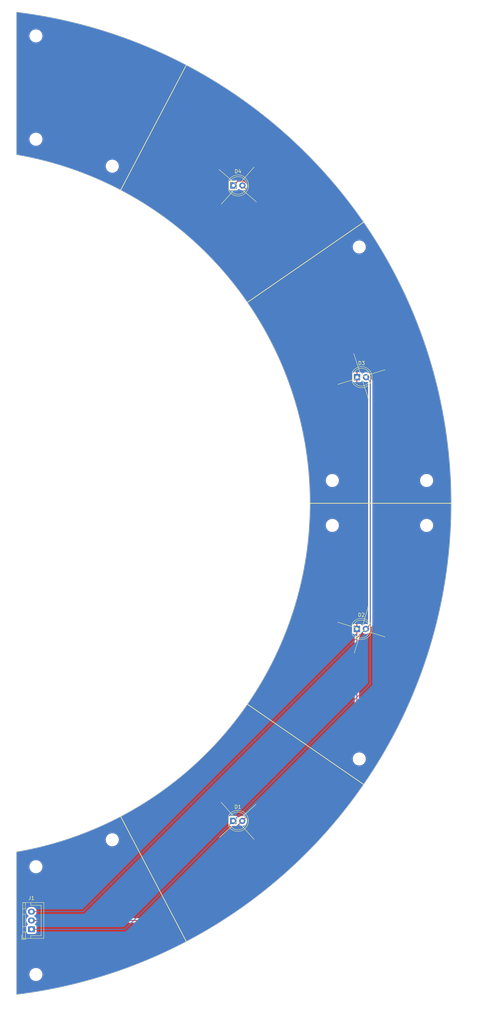
<source format=kicad_pcb>
(kicad_pcb (version 20221018) (generator pcbnew)
  (layers (0 "F.Cu" signal) (31 "B.Cu" signal) (34 "B.Paste" user) (35 "F.Paste" user) (36 "B.SilkS" user "B.Silkscreen") (37 "F.SilkS" user "F.Silkscreen") (38 "B.Mask" user) (39 "F.Mask" user) (44 "Edge.Cuts" user))
  (net 0 "")
  (net 1 "NOWCAST_A")
  (net 2 "NOWCAST_B")
  (net 3 "NOWCAST_C")
  (footprint "MountingHole:MountingHole_3.2mm_M3" (layer "F.Cu") (at 269.24 210.82)
    (fp_text reference "REF**" hide)
    (fp_text value "MountingHole_3.2mm_M3" hide)
    (pad "" np_thru_hole circle (at 0 0) (size 3.2 3.2) (drill 3.2) (layers "*.Cu" "*.Mask"))
  )
  (footprint "MountingHole:MountingHole_3.2mm_M3" (layer "F.Cu") (at 185.42 307.34)
    (fp_text reference "REF**" hide)
    (fp_text value "MountingHole_3.2mm_M3" hide)
    (pad "" np_thru_hole circle (at 0 0) (size 3.2 3.2) (drill 3.2) (layers "*.Cu" "*.Mask"))
  )
  (footprint "MountingHole:MountingHole_3.2mm_M3" (layer "F.Cu") (at 185.42 337.82)
    (fp_text reference "REF**" hide)
    (fp_text value "MountingHole_3.2mm_M3" hide)
    (pad "" np_thru_hole circle (at 0 0) (size 3.2 3.2) (drill 3.2) (layers "*.Cu" "*.Mask"))
  )
  (footprint "MountingHole:MountingHole_3.2mm_M3" (layer "F.Cu") (at 295.91 210.82)
    (fp_text reference "REF**" hide)
    (fp_text value "MountingHole_3.2mm_M3" hide)
    (pad "" np_thru_hole circle (at 0 0) (size 3.2 3.2) (drill 3.2) (layers "*.Cu" "*.Mask"))
  )
  (footprint "MountingHole:MountingHole_3.2mm_M3" (layer "F.Cu") (at 295.91 198.12)
    (fp_text reference "REF**" hide)
    (fp_text value "MountingHole_3.2mm_M3" hide)
    (pad "" np_thru_hole circle (at 0 0) (size 3.2 3.2) (drill 3.2) (layers "*.Cu" "*.Mask"))
  )
  (footprint "LED_THT:LED_D5.0mm" (layer "F.Cu") (at 276.185 240.1)
    (fp_text reference "D2" (at 1.27 -3.96) (layer "F.SilkS"))
    (fp_text value "LED")
    (fp_line (start -1.29 -1.545) (end -1.29 1.545) (stroke (width 0.12)) (layer "F.SilkS"))
    (fp_arc (start -1.29 -1.54483) (mid 2.072002 -2.880433) (end 4.26 0.000462) (stroke (width 0.12)) (layer "F.SilkS"))
    (fp_arc (start 4.26 -0.000462) (mid 2.072002 2.880433) (end -1.29 1.54483) (stroke (width 0.12)) (layer "F.SilkS"))
    (fp_circle (center 1.27 0) (end 3.77 0) (stroke (width 0.12)) (fill none) (layer "F.SilkS"))
    (pad "1" thru_hole rect (at 0 0) (size 1.8 1.8) (drill 0.9) (layers "*.Cu" "*.Mask") (net 2 "NOWCAST_B"))
    (pad "2" thru_hole circle (at 2.54 0) (size 1.8 1.8) (drill 0.9) (layers "*.Cu" "*.Mask") (net 3 "NOWCAST_C"))
  )
  (footprint "LED_THT:LED_D5.0mm" (layer "F.Cu") (at 241.285 114.675)
    (fp_text reference "D4" (at 1.27 -3.96) (layer "F.SilkS"))
    (fp_text value "LED")
    (fp_line (start -1.29 -1.545) (end -1.29 1.545) (stroke (width 0.12)) (layer "F.SilkS"))
    (fp_arc (start -1.29 -1.54483) (mid 2.072002 -2.880433) (end 4.26 0.000462) (stroke (width 0.12)) (layer "F.SilkS"))
    (fp_arc (start 4.26 -0.000462) (mid 2.072002 2.880433) (end -1.29 1.54483) (stroke (width 0.12)) (layer "F.SilkS"))
    (fp_circle (center 1.27 0) (end 3.77 0) (stroke (width 0.12)) (fill none) (layer "F.SilkS"))
    (pad "1" thru_hole rect (at 0 0) (size 1.8 1.8) (drill 0.9) (layers "*.Cu" "*.Mask") (net 3 "NOWCAST_C"))
    (pad "2" thru_hole circle (at 2.54 0) (size 1.8 1.8) (drill 0.9) (layers "*.Cu" "*.Mask") (net 2 "NOWCAST_B"))
  )
  (footprint "MountingHole:MountingHole_3.2mm_M3" (layer "F.Cu") (at 185.42 72.39)
    (fp_text reference "REF**" hide)
    (fp_text value "MountingHole_3.2mm_M3" hide)
    (pad "" np_thru_hole circle (at 0 0) (size 3.2 3.2) (drill 3.2) (layers "*.Cu" "*.Mask"))
  )
  (footprint "MountingHole:MountingHole_3.2mm_M3" (layer "F.Cu") (at 207.01 109.22)
    (fp_text reference "REF**" hide)
    (fp_text value "MountingHole_3.2mm_M3" hide)
    (pad "" np_thru_hole circle (at 0 0) (size 3.2 3.2) (drill 3.2) (layers "*.Cu" "*.Mask"))
  )
  (footprint "Connector_JST:JST_XH_B3B-XH-A_1x03_P2.50mm_Vertical" (layer "F.Cu") (at 184.15 325.04 90)
    (fp_text reference "J1" (at 8.81 0) (layer "F.SilkS"))
    (fp_text value "forcast_conn")
    (fp_line (start -2.85 -2.75) (end -2.85 -1.5) (stroke (width 0.12)) (layer "F.SilkS"))
    (fp_line (start -2.56 -2.46) (end -2.56 3.51) (stroke (width 0.12)) (layer "F.SilkS"))
    (fp_line (start -2.56 3.51) (end 7.56 3.51) (stroke (width 0.12)) (layer "F.SilkS"))
    (fp_line (start -2.55 -2.45) (end -2.55 -1.7) (stroke (width 0.12)) (layer "F.SilkS"))
    (fp_line (start -2.55 -1.7) (end -0.75 -1.7) (stroke (width 0.12)) (layer "F.SilkS"))
    (fp_line (start -2.55 -0.2) (end -1.8 -0.2) (stroke (width 0.12)) (layer "F.SilkS"))
    (fp_line (start -1.8 -0.2) (end -1.8 2.75) (stroke (width 0.12)) (layer "F.SilkS"))
    (fp_line (start -1.8 2.75) (end 2.5 2.75) (stroke (width 0.12)) (layer "F.SilkS"))
    (fp_line (start -1.6 -2.75) (end -2.85 -2.75) (stroke (width 0.12)) (layer "F.SilkS"))
    (fp_line (start -0.75 -2.45) (end -2.55 -2.45) (stroke (width 0.12)) (layer "F.SilkS"))
    (fp_line (start -0.75 -1.7) (end -0.75 -2.45) (stroke (width 0.12)) (layer "F.SilkS"))
    (fp_line (start 0.75 -2.45) (end 0.75 -1.7) (stroke (width 0.12)) (layer "F.SilkS"))
    (fp_line (start 0.75 -1.7) (end 4.25 -1.7) (stroke (width 0.12)) (layer "F.SilkS"))
    (fp_line (start 4.25 -2.45) (end 0.75 -2.45) (stroke (width 0.12)) (layer "F.SilkS"))
    (fp_line (start 4.25 -1.7) (end 4.25 -2.45) (stroke (width 0.12)) (layer "F.SilkS"))
    (fp_line (start 5.75 -2.45) (end 5.75 -1.7) (stroke (width 0.12)) (layer "F.SilkS"))
    (fp_line (start 5.75 -1.7) (end 7.55 -1.7) (stroke (width 0.12)) (layer "F.SilkS"))
    (fp_line (start 6.8 -0.2) (end 6.8 2.75) (stroke (width 0.12)) (layer "F.SilkS"))
    (fp_line (start 6.8 2.75) (end 2.5 2.75) (stroke (width 0.12)) (layer "F.SilkS"))
    (fp_line (start 7.55 -2.45) (end 5.75 -2.45) (stroke (width 0.12)) (layer "F.SilkS"))
    (fp_line (start 7.55 -1.7) (end 7.55 -2.45) (stroke (width 0.12)) (layer "F.SilkS"))
    (fp_line (start 7.55 -0.2) (end 6.8 -0.2) (stroke (width 0.12)) (layer "F.SilkS"))
    (fp_line (start 7.56 -2.46) (end -2.56 -2.46) (stroke (width 0.12)) (layer "F.SilkS"))
    (fp_line (start 7.56 3.51) (end 7.56 -2.46) (stroke (width 0.12)) (layer "F.SilkS"))
    (pad "1" thru_hole roundrect (at 0 0 90) (size 1.7 1.95) (drill 0.95) (layers "*.Cu" "*.Mask") (roundrect_rratio 0.1470588235) (net 1 "NOWCAST_A"))
    (pad "2" thru_hole oval (at 2.5 0 90) (size 1.7 1.95) (drill 0.95) (layers "*.Cu" "*.Mask") (net 2 "NOWCAST_B"))
    (pad "3" thru_hole oval (at 5 0 90) (size 1.7 1.95) (drill 0.95) (layers "*.Cu" "*.Mask") (net 3 "NOWCAST_C"))
  )
  (footprint "MountingHole:MountingHole_3.2mm_M3" (layer "F.Cu") (at 276.86 132.08)
    (fp_text reference "REF**" hide)
    (fp_text value "MountingHole_3.2mm_M3" hide)
    (pad "" np_thru_hole circle (at 0 0) (size 3.2 3.2) (drill 3.2) (layers "*.Cu" "*.Mask"))
  )
  (footprint "MountingHole:MountingHole_3.2mm_M3" (layer "F.Cu") (at 269.24 198.12)
    (fp_text reference "REF**" hide)
    (fp_text value "MountingHole_3.2mm_M3" hide)
    (pad "" np_thru_hole circle (at 0 0) (size 3.2 3.2) (drill 3.2) (layers "*.Cu" "*.Mask"))
  )
  (footprint "LED_THT:LED_D5.0mm" (layer "F.Cu") (at 276.225 168.9)
    (fp_text reference "D3" (at 1.27 -3.96) (layer "F.SilkS"))
    (fp_text value "LED")
    (fp_line (start -1.29 -1.545) (end -1.29 1.545) (stroke (width 0.12)) (layer "F.SilkS"))
    (fp_arc (start -1.29 -1.54483) (mid 2.072002 -2.880433) (end 4.26 0.000462) (stroke (width 0.12)) (layer "F.SilkS"))
    (fp_arc (start 4.26 -0.000462) (mid 2.072002 2.880433) (end -1.29 1.54483) (stroke (width 0.12)) (layer "F.SilkS"))
    (fp_circle (center 1.27 0) (end 3.77 0) (stroke (width 0.12)) (fill none) (layer "F.SilkS"))
    (pad "1" thru_hole rect (at 0 0) (size 1.8 1.8) (drill 0.9) (layers "*.Cu" "*.Mask") (net 2 "NOWCAST_B"))
    (pad "2" thru_hole circle (at 2.54 0) (size 1.8 1.8) (drill 0.9) (layers "*.Cu" "*.Mask") (net 1 "NOWCAST_A"))
  )
  (footprint "MountingHole:MountingHole_3.2mm_M3" (layer "F.Cu") (at 276.86 276.86)
    (fp_text reference "REF**" hide)
    (fp_text value "MountingHole_3.2mm_M3" hide)
    (pad "" np_thru_hole circle (at 0 0) (size 3.2 3.2) (drill 3.2) (layers "*.Cu" "*.Mask"))
  )
  (footprint "LED_THT:LED_D5.0mm" (layer "F.Cu") (at 241.235 294.375)
    (fp_text reference "D1" (at 1.27 -3.96) (layer "F.SilkS"))
    (fp_text value "LED")
    (fp_line (start -1.29 -1.545) (end -1.29 1.545) (stroke (width 0.12)) (layer "F.SilkS"))
    (fp_arc (start -1.29 -1.54483) (mid 2.072002 -2.880433) (end 4.26 0.000462) (stroke (width 0.12)) (layer "F.SilkS"))
    (fp_arc (start 4.26 -0.000462) (mid 2.072002 2.880433) (end -1.29 1.54483) (stroke (width 0.12)) (layer "F.SilkS"))
    (fp_circle (center 1.27 0) (end 3.77 0) (stroke (width 0.12)) (fill none) (layer "F.SilkS"))
    (pad "1" thru_hole rect (at 0 0) (size 1.8 1.8) (drill 0.9) (layers "*.Cu" "*.Mask") (net 1 "NOWCAST_A"))
    (pad "2" thru_hole circle (at 2.54 0) (size 1.8 1.8) (drill 0.9) (layers "*.Cu" "*.Mask") (net 2 "NOWCAST_B"))
  )
  (footprint "MountingHole:MountingHole_3.2mm_M3" (layer "F.Cu") (at 185.42 101.6)
    (fp_text reference "REF**" hide)
    (fp_text value "MountingHole_3.2mm_M3" hide)
    (pad "" np_thru_hole circle (at 0 0) (size 3.2 3.2) (drill 3.2) (layers "*.Cu" "*.Mask"))
  )
  (footprint "MountingHole:MountingHole_3.2mm_M3" (layer "F.Cu") (at 207.01 299.72)
    (fp_text reference "REF**" hide)
    (fp_text value "MountingHole_3.2mm_M3" hide)
    (pad "" np_thru_hole circle (at 0 0) (size 3.2 3.2) (drill 3.2) (layers "*.Cu" "*.Mask"))
  )
  (gr_line (start 237.187964 110.154682) (end 247.761474 119.330786) (stroke (width 0.13)) (layer "F.SilkS"))
  (gr_line (start 279.480596 233.560404) (end 275.452412 246.968377) (stroke (width 0.13)) (layer "F.SilkS"))
  (gr_line (start 245.198387 147.757549) (end 278.117741 125.034959) (stroke (width 0.2)) (layer "F.SilkS"))
  (gr_line (start 209.372317 293.109627) (end 227.961244 328.527868) (stroke (width 0.2)) (layer "F.SilkS"))
  (gr_line (start 247.116578 299.624889) (end 237.83286 289.145739) (stroke (width 0.13)) (layer "F.SilkS"))
  (gr_line (start 275.315771 162.20225) (end 279.617237 175.525065) (stroke (width 0.13)) (layer "F.SilkS"))
  (gr_line (start 179.9 106.019618) (end 179.9 65.6) (stroke (width 0.13)) (layer "F.SilkS"))
  (gr_line (start 209.372317 116.018421) (end 227.961244 80.60018) (stroke (width 0.2)) (layer "F.SilkS"))
  (gr_line (start 247.666567 289.690134) (end 237.282871 299.080494) (stroke (width 0.13)) (layer "F.SilkS"))
  (gr_line (start 262.9 204.564024) (end 302.9 204.564024) (stroke (width 0.2)) (layer "F.SilkS"))
  (gr_line (start 284.14955 166.781136) (end 270.783458 170.946179) (stroke (width 0.13)) (layer "F.SilkS"))
  (gr_line (start 245.198387 261.370499) (end 278.117741 284.093089) (stroke (width 0.2)) (layer "F.SilkS"))
  (gr_arc (start 179.9 106.019618) (mid 262.9 204.564024) (end 179.9 303.10843) (stroke (width 0.13)) (layer "F.SilkS"))
  (gr_arc (start 179.9 65.6) (mid 302.9 204.564024) (end 179.9 343.528048) (stroke (width 0.13)) (layer "F.SilkS"))
  (gr_line (start 179.9 343.528048) (end 179.9 303.10843) (stroke (width 0.13)) (layer "F.SilkS"))
  (gr_line (start 247.116578 109.503159) (end 237.83286 119.982309) (stroke (width 0.13)) (layer "F.SilkS"))
  (gr_line (start 284.14955 242.346912) (end 270.783458 238.181869) (stroke (width 0.13)) (layer "F.SilkS"))
  (gr_line (start 179.905 343.529024) (end 179.905 303.109406) (stroke (width 0.13)) (layer "Edge.Cuts"))
  (gr_arc (start 179.905 65.600976) (mid 302.905 204.565) (end 179.905 343.529024) (stroke (width 0.13)) (layer "Edge.Cuts"))
  (gr_line (start 179.905 106.020594) (end 179.905 65.600976) (stroke (width 0.13)) (layer "Edge.Cuts"))
  (gr_arc (start 179.905 106.020594) (mid 262.905 204.565) (end 179.905 303.109406) (stroke (width 0.13)) (layer "Edge.Cuts"))
  (segment (start 241.235 294.375) (end 279.95 255.66) (width 0.25) (layer "B.Cu") (net 1))
  (segment (start 279.95 170.085) (end 278.765 168.9) (width 0.25) (layer "B.Cu") (net 1))
  (segment (start 184.15 325.04) (end 210.57 325.04) (width 0.25) (layer "B.Cu") (net 1))
  (segment (start 210.57 325.04) (end 241.235 294.375) (width 0.25) (layer "B.Cu") (net 1))
  (segment (start 279.95 255.66) (end 279.95 170.085) (width 0.25) (layer "B.Cu") (net 1))
  (segment (start 215.61 322.54) (end 243.775 294.375) (width 0.25) (layer "F.Cu") (net 2))
  (segment (start 276.185 261.965) (end 276.185 240.1) (width 0.25) (layer "F.Cu") (net 2))
  (segment (start 276.185 168.94) (end 276.225 168.9) (width 0.25) (layer "F.Cu") (net 2))
  (segment (start 276.225 168.9) (end 276.225 147.075) (width 0.25) (layer "F.Cu") (net 2))
  (segment (start 276.225 147.075) (end 243.825 114.675) (width 0.25) (layer "F.Cu") (net 2))
  (segment (start 243.775 294.375) (end 276.185 261.965) (width 0.25) (layer "F.Cu") (net 2))
  (segment (start 276.185 240.1) (end 276.185 168.94) (width 0.25) (layer "F.Cu") (net 2))
  (segment (start 184.15 322.54) (end 215.61 322.54) (width 0.25) (layer "F.Cu") (net 2))
  (segment (start 278.725 240.1) (end 279.99 238.835) (width 0.25) (layer "F.Cu") (net 3))
  (segment (start 242.51 113.45) (end 241.285 114.675) (width 0.25) (layer "F.Cu") (net 3))
  (segment (start 244.332412 113.45) (end 242.51 113.45) (width 0.25) (layer "F.Cu") (net 3))
  (segment (start 279.99 149.107588) (end 244.332412 113.45) (width 0.25) (layer "F.Cu") (net 3))
  (segment (start 279.99 238.835) (end 279.99 149.107588) (width 0.25) (layer "F.Cu") (net 3))
  (segment (start 198.785 320.04) (end 184.15 320.04) (width 0.25) (layer "B.Cu") (net 3))
  (segment (start 278.725 240.1) (end 198.785 320.04) (width 0.25) (layer "B.Cu") (net 3))
  (zone (net 0) (net_name "") (layer "F.Cu") (connect_pads (clearance 0.5)) (min_thickness 0.25) (fill yes (thermal_gap 0.5) (thermal_bridge_width 0.5) (island_removal_mode 1) (island_area_min 10))
    (polygon (pts (xy 176.53 62.23) (xy 312.42 62.23) (xy 312.42 351.79) (xy 175.26 351.79)))
  )
  (zone (net 0) (net_name "") (layer "B.Cu") (priority 1) (connect_pads (clearance 0.5)) (min_thickness 0.25) (fill yes (thermal_gap 0.5) (thermal_bridge_width 0.5) (island_removal_mode 1) (island_area_min 10))
    (polygon (pts (xy 176.53 62.23) (xy 312.42 62.23) (xy 312.42 351.79) (xy 175.26 351.79)))
  )
)
</source>
